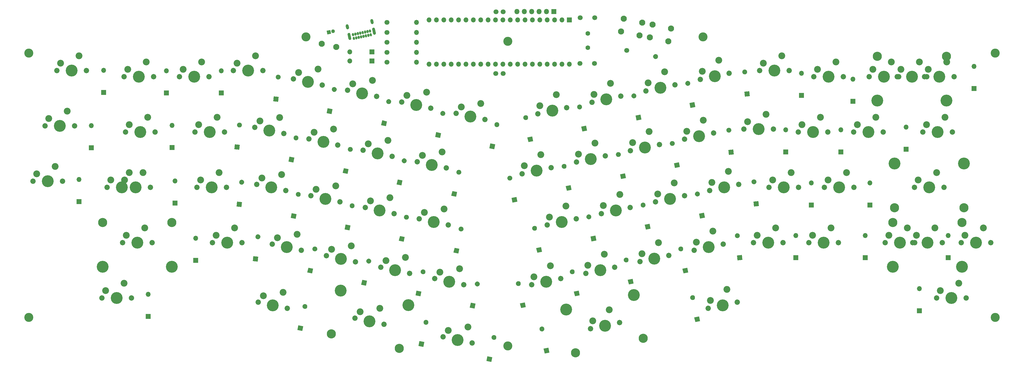
<source format=gbr>
%TF.GenerationSoftware,KiCad,Pcbnew,(5.1.6)-1*%
%TF.CreationDate,2020-08-11T10:36:00-07:00*%
%TF.ProjectId,sesame,73657361-6d65-42e6-9b69-6361645f7063,rev?*%
%TF.SameCoordinates,Original*%
%TF.FileFunction,Soldermask,Bot*%
%TF.FilePolarity,Negative*%
%FSLAX46Y46*%
G04 Gerber Fmt 4.6, Leading zero omitted, Abs format (unit mm)*
G04 Created by KiCad (PCBNEW (5.1.6)-1) date 2020-08-11 10:36:00*
%MOMM*%
%LPD*%
G01*
G04 APERTURE LIST*
%ADD10C,3.100000*%
%ADD11C,1.300000*%
%ADD12C,0.100000*%
%ADD13C,2.350000*%
%ADD14C,4.087800*%
%ADD15C,1.850000*%
%ADD16O,1.800000X1.800000*%
%ADD17R,1.800000X1.800000*%
%ADD18C,3.148000*%
%ADD19O,1.700000X1.700000*%
%ADD20R,1.700000X1.700000*%
%ADD21C,1.600000*%
%ADD22C,2.100000*%
%ADD23C,1.700000*%
G04 APERTURE END LIST*
D10*
%TO.C,REF\u002A\u002A*%
X278955500Y-75565000D03*
%TD*%
D11*
%TO.C,C1*%
X151771721Y-73665632D03*
D12*
G36*
X149803847Y-74748439D02*
G01*
X149533561Y-73476847D01*
X150805153Y-73206561D01*
X151075439Y-74478153D01*
X149803847Y-74748439D01*
G37*
%TD*%
D13*
%TO.C,MX23*%
X189214686Y-115256606D03*
D14*
X185674000Y-119697500D03*
D13*
X182475353Y-116420862D03*
D15*
X180705010Y-118641309D03*
X190642990Y-120753691D03*
%TD*%
D16*
%TO.C,AVR1*%
X215011000Y-66865500D03*
X217551000Y-66865500D03*
X220091000Y-66865500D03*
X222631000Y-66865500D03*
X225171000Y-66865500D03*
D17*
X227711000Y-66865500D03*
%TD*%
D10*
%TO.C,REF\u002A\u002A*%
X142430500Y-75565000D03*
%TD*%
D13*
%TO.C,MX61*%
X358711500Y-141414500D03*
D14*
X356171500Y-146494500D03*
D13*
X352361500Y-143954500D03*
D15*
X351091500Y-146494500D03*
X361251500Y-146494500D03*
D18*
X344265250Y-139509500D03*
X368077750Y-139509500D03*
D14*
X344265250Y-154749500D03*
X368077750Y-154749500D03*
%TD*%
D13*
%TO.C,MX59*%
X349250000Y-141414500D03*
D14*
X346710000Y-146494500D03*
D13*
X342900000Y-143954500D03*
D15*
X341630000Y-146494500D03*
X351790000Y-146494500D03*
%TD*%
D13*
%TO.C,MX31*%
X362204000Y-103314500D03*
D14*
X359664000Y-108394500D03*
D13*
X355854000Y-105854500D03*
D15*
X354584000Y-108394500D03*
X364744000Y-108394500D03*
%TD*%
D13*
%TO.C,MX15*%
X353377500Y-84201000D03*
D14*
X350837500Y-89281000D03*
D13*
X347027500Y-86741000D03*
D15*
X345757500Y-89281000D03*
X355917500Y-89281000D03*
D18*
X338931250Y-82296000D03*
X362743750Y-82296000D03*
D14*
X338931250Y-97536000D03*
X362743750Y-97536000D03*
%TD*%
D13*
%TO.C,MX33*%
X86360000Y-122364500D03*
D14*
X83820000Y-127444500D03*
D13*
X80010000Y-124904500D03*
D15*
X78740000Y-127444500D03*
X88900000Y-127444500D03*
%TD*%
D13*
%TO.C,MX18*%
X88011000Y-103314500D03*
D14*
X85471000Y-108394500D03*
D13*
X81661000Y-105854500D03*
D15*
X80391000Y-108394500D03*
X90551000Y-108394500D03*
%TD*%
D13*
%TO.C,MX69*%
X81610200Y-122377200D03*
D14*
X79070200Y-127457200D03*
D13*
X75260200Y-124917200D03*
D15*
X73990200Y-127457200D03*
X84150200Y-127457200D03*
%TD*%
D19*
%TO.C,D60*%
X334772000Y-144018000D03*
D20*
X334772000Y-151638000D03*
%TD*%
D19*
%TO.C,U1*%
X233045000Y-85026500D03*
X184785000Y-69786500D03*
X230505000Y-85026500D03*
X187325000Y-69786500D03*
X227965000Y-85026500D03*
X189865000Y-69786500D03*
X225425000Y-85026500D03*
X192405000Y-69786500D03*
X222885000Y-85026500D03*
X194945000Y-69786500D03*
X220345000Y-85026500D03*
X197485000Y-69786500D03*
X217805000Y-85026500D03*
X200025000Y-69786500D03*
X215265000Y-85026500D03*
X202565000Y-69786500D03*
X212725000Y-85026500D03*
X205105000Y-69786500D03*
X210185000Y-85026500D03*
X207645000Y-69786500D03*
X207645000Y-85026500D03*
X210185000Y-69786500D03*
X205105000Y-85026500D03*
X212725000Y-69786500D03*
X202565000Y-85026500D03*
X215265000Y-69786500D03*
X200025000Y-85026500D03*
X217805000Y-69786500D03*
X197485000Y-85026500D03*
X220345000Y-69786500D03*
X194945000Y-85026500D03*
X222885000Y-69786500D03*
X192405000Y-85026500D03*
X225425000Y-69786500D03*
X189865000Y-85026500D03*
X227965000Y-69786500D03*
X187325000Y-85026500D03*
X230505000Y-69786500D03*
X184785000Y-85026500D03*
D20*
X233045000Y-69786500D03*
%TD*%
D13*
%TO.C,MX5*%
X146606186Y-86681606D03*
D14*
X143065500Y-91122500D03*
D13*
X139866853Y-87845862D03*
D15*
X138096510Y-90066309D03*
X148034490Y-92178691D03*
%TD*%
D10*
%TO.C,REF\u002A\u002A*%
X211836000Y-181991000D03*
%TD*%
%TO.C,REF\u002A\u002A*%
X379476000Y-172212000D03*
%TD*%
%TO.C,REF\u002A\u002A*%
X379476000Y-81153000D03*
%TD*%
%TO.C,REF\u002A\u002A*%
X47117000Y-81153000D03*
%TD*%
%TO.C,REF\u002A\u002A*%
X47117000Y-172212000D03*
%TD*%
%TO.C,REF\u002A\u002A*%
X211836000Y-77089000D03*
%TD*%
D21*
%TO.C,XTAL1*%
X239331500Y-79302000D03*
X239331500Y-74422000D03*
%TD*%
D13*
%TO.C,MX24*%
X223170304Y-116168914D03*
D14*
X221742000Y-121666000D03*
D13*
X217487162Y-119973649D03*
D15*
X216773010Y-122722191D03*
X226710990Y-120609809D03*
%TD*%
D13*
%TO.C,MX28*%
X300672500Y-102235000D03*
D14*
X298132500Y-107315000D03*
D13*
X294322500Y-104775000D03*
D15*
X293052500Y-107315000D03*
X303212500Y-107315000D03*
%TD*%
D13*
%TO.C,MX66*%
X246728804Y-169572414D03*
D14*
X245300500Y-175069500D03*
D13*
X241045662Y-173377149D03*
D15*
X240331510Y-176125691D03*
X250269490Y-174013309D03*
D18*
X235106693Y-184377310D03*
X258398833Y-179426412D03*
D14*
X231938119Y-169470340D03*
X255230259Y-164519443D03*
%TD*%
D13*
%TO.C,MX65*%
X198104686Y-175518106D03*
D14*
X194564000Y-179959000D03*
D13*
X191365353Y-176682362D03*
D15*
X189595010Y-178902809D03*
X199532990Y-181015191D03*
%TD*%
D13*
%TO.C,MX64*%
X167815186Y-169104606D03*
D14*
X164274500Y-173545500D03*
D13*
X161075853Y-170268862D03*
D15*
X159305510Y-172489309D03*
X169243490Y-174601691D03*
D18*
X151176167Y-177902412D03*
X174468307Y-182853310D03*
D14*
X154344741Y-162995443D03*
X177636881Y-167946340D03*
%TD*%
D13*
%TO.C,MX46*%
X359346500Y-122364500D03*
D14*
X356806500Y-127444500D03*
D13*
X352996500Y-124904500D03*
D15*
X351726500Y-127444500D03*
X361886500Y-127444500D03*
D18*
X344900250Y-134429500D03*
X368712750Y-134429500D03*
D14*
X344900250Y-119189500D03*
X368712750Y-119189500D03*
%TD*%
D13*
%TO.C,MX47*%
X86931500Y-141414500D03*
D14*
X84391500Y-146494500D03*
D13*
X80581500Y-143954500D03*
D15*
X79311500Y-146494500D03*
X89471500Y-146494500D03*
D18*
X72485250Y-139509500D03*
X96297750Y-139509500D03*
D14*
X72485250Y-154749500D03*
X96297750Y-154749500D03*
%TD*%
D13*
%TO.C,MX16*%
X362839000Y-84201000D03*
D14*
X360299000Y-89281000D03*
D13*
X356489000Y-86741000D03*
D15*
X355219000Y-89281000D03*
X365379000Y-89281000D03*
%TD*%
D13*
%TO.C,MX45*%
X343789000Y-84201000D03*
D14*
X341249000Y-89281000D03*
D13*
X337439000Y-86741000D03*
D15*
X336169000Y-89281000D03*
X346329000Y-89281000D03*
%TD*%
D13*
%TO.C,MX68*%
X366966500Y-160464500D03*
D14*
X364426500Y-165544500D03*
D13*
X360616500Y-163004500D03*
D15*
X359346500Y-165544500D03*
X369506500Y-165544500D03*
%TD*%
D13*
%TO.C,MX67*%
X287178304Y-162523914D03*
D14*
X285750000Y-168021000D03*
D13*
X281495162Y-166328649D03*
D15*
X280781010Y-169077191D03*
X290718990Y-166964809D03*
%TD*%
D13*
%TO.C,MX63*%
X134541186Y-163580106D03*
D14*
X131000500Y-168021000D03*
D13*
X127801853Y-164744362D03*
D15*
X126031510Y-166964809D03*
X135969490Y-169077191D03*
%TD*%
D13*
%TO.C,MX62*%
X79819500Y-160401000D03*
D14*
X77279500Y-165481000D03*
D13*
X73469500Y-162941000D03*
D15*
X72199500Y-165481000D03*
X82359500Y-165481000D03*
%TD*%
D13*
%TO.C,MX60*%
X375412000Y-141414500D03*
D14*
X372872000Y-146494500D03*
D13*
X369062000Y-143954500D03*
D15*
X367792000Y-146494500D03*
X377952000Y-146494500D03*
%TD*%
D13*
%TO.C,MX58*%
X323024500Y-141414500D03*
D14*
X320484500Y-146494500D03*
D13*
X316674500Y-143954500D03*
D15*
X315404500Y-146494500D03*
X325564500Y-146494500D03*
%TD*%
D13*
%TO.C,MX57*%
X303974500Y-141414500D03*
D14*
X301434500Y-146494500D03*
D13*
X297624500Y-143954500D03*
D15*
X296354500Y-146494500D03*
X306514500Y-146494500D03*
%TD*%
D13*
%TO.C,MX56*%
X282352304Y-142521414D03*
D14*
X280924000Y-148018500D03*
D13*
X276669162Y-146326149D03*
D15*
X275955010Y-149074691D03*
X285892990Y-146962309D03*
%TD*%
D13*
%TO.C,MX55*%
X263683304Y-146458414D03*
D14*
X262255000Y-151955500D03*
D13*
X258000162Y-150263149D03*
D15*
X257286010Y-153011691D03*
X267223990Y-150899309D03*
%TD*%
D13*
%TO.C,MX54*%
X245077804Y-150458914D03*
D14*
X243649500Y-155956000D03*
D13*
X239394662Y-154263649D03*
D15*
X238680510Y-157012191D03*
X248618490Y-154899809D03*
%TD*%
D13*
%TO.C,MX53*%
X226472304Y-154395914D03*
D14*
X225044000Y-159893000D03*
D13*
X220789162Y-158200649D03*
D15*
X220075010Y-160949191D03*
X230012990Y-158836809D03*
%TD*%
D13*
%TO.C,MX52*%
X195247186Y-155452106D03*
D14*
X191706500Y-159893000D03*
D13*
X188507853Y-156616362D03*
D15*
X186737510Y-158836809D03*
X196675490Y-160949191D03*
%TD*%
D13*
%TO.C,MX51*%
X176641686Y-151515106D03*
D14*
X173101000Y-155956000D03*
D13*
X169902353Y-152679362D03*
D15*
X168132010Y-154899809D03*
X178069990Y-157012191D03*
%TD*%
D13*
%TO.C,MX50*%
X157972686Y-147578106D03*
D14*
X154432000Y-152019000D03*
D13*
X151233353Y-148742362D03*
D15*
X149463010Y-150962809D03*
X159400990Y-153075191D03*
%TD*%
D13*
%TO.C,MX49*%
X139367186Y-143577606D03*
D14*
X135826500Y-148018500D03*
D13*
X132627853Y-144741862D03*
D15*
X130857510Y-146962309D03*
X140795490Y-149074691D03*
%TD*%
D13*
%TO.C,MX48*%
X117856000Y-141351000D03*
D14*
X115316000Y-146431000D03*
D13*
X111506000Y-143891000D03*
D15*
X110236000Y-146431000D03*
X120396000Y-146431000D03*
%TD*%
D13*
%TO.C,MX44*%
X328358500Y-122364500D03*
D14*
X325818500Y-127444500D03*
D13*
X322008500Y-124904500D03*
D15*
X320738500Y-127444500D03*
X330898500Y-127444500D03*
%TD*%
D13*
%TO.C,MX43*%
X309308500Y-122364500D03*
D14*
X306768500Y-127444500D03*
D13*
X302958500Y-124904500D03*
D15*
X301688500Y-127444500D03*
X311848500Y-127444500D03*
%TD*%
D13*
%TO.C,MX42*%
X287686304Y-121947414D03*
D14*
X286258000Y-127444500D03*
D13*
X282003162Y-125752149D03*
D15*
X281289010Y-128500691D03*
X291226990Y-126388309D03*
%TD*%
D13*
%TO.C,MX41*%
X269080804Y-125884414D03*
D14*
X267652500Y-131381500D03*
D13*
X263397662Y-129689149D03*
D15*
X262683510Y-132437691D03*
X272621490Y-130325309D03*
%TD*%
D13*
%TO.C,MX40*%
X250411804Y-129884914D03*
D14*
X248983500Y-135382000D03*
D13*
X244728662Y-133689649D03*
D15*
X244014510Y-136438191D03*
X253952490Y-134325809D03*
%TD*%
D13*
%TO.C,MX39*%
X231806304Y-133821914D03*
D14*
X230378000Y-139319000D03*
D13*
X226123162Y-137626649D03*
D15*
X225409010Y-140375191D03*
X235346990Y-138262809D03*
%TD*%
D13*
%TO.C,MX38*%
X189913186Y-134878106D03*
D14*
X186372500Y-139319000D03*
D13*
X183173853Y-136042362D03*
D15*
X181403510Y-138262809D03*
X191341490Y-140375191D03*
%TD*%
D13*
%TO.C,MX37*%
X171307686Y-130941106D03*
D14*
X167767000Y-135382000D03*
D13*
X164568353Y-132105362D03*
D15*
X162798010Y-134325809D03*
X172735990Y-136438191D03*
%TD*%
D13*
%TO.C,MX36*%
X152638686Y-126940606D03*
D14*
X149098000Y-131381500D03*
D13*
X145899353Y-128104862D03*
D15*
X144129010Y-130325309D03*
X154066990Y-132437691D03*
%TD*%
D13*
%TO.C,MX35*%
X134033186Y-123003606D03*
D14*
X130492500Y-127444500D03*
D13*
X127293853Y-124167862D03*
D15*
X125523510Y-126388309D03*
X135461490Y-128500691D03*
%TD*%
D13*
%TO.C,MX34*%
X112522000Y-122364500D03*
D14*
X109982000Y-127444500D03*
D13*
X106172000Y-124904500D03*
D15*
X104902000Y-127444500D03*
X115062000Y-127444500D03*
%TD*%
D13*
%TO.C,MX32*%
X56134000Y-120205500D03*
D14*
X53594000Y-125285500D03*
D13*
X49784000Y-122745500D03*
D15*
X48514000Y-125285500D03*
X58674000Y-125285500D03*
%TD*%
D13*
%TO.C,MX30*%
X338391500Y-103314500D03*
D14*
X335851500Y-108394500D03*
D13*
X332041500Y-105854500D03*
D15*
X330771500Y-108394500D03*
X340931500Y-108394500D03*
%TD*%
D13*
%TO.C,MX29*%
X319341500Y-103314500D03*
D14*
X316801500Y-108394500D03*
D13*
X312991500Y-105854500D03*
D15*
X311721500Y-108394500D03*
X321881500Y-108394500D03*
%TD*%
D13*
%TO.C,MX27*%
X279050304Y-104294414D03*
D14*
X277622000Y-109791500D03*
D13*
X273367162Y-108099149D03*
D15*
X272653010Y-110847691D03*
X282590990Y-108735309D03*
%TD*%
D13*
%TO.C,MX26*%
X260444804Y-108231414D03*
D14*
X259016500Y-113728500D03*
D13*
X254761662Y-112036149D03*
D15*
X254047510Y-114784691D03*
X263985490Y-112672309D03*
%TD*%
D13*
%TO.C,MX25*%
X241839304Y-112168414D03*
D14*
X240411000Y-117665500D03*
D13*
X236156162Y-115973149D03*
D15*
X235442010Y-118721691D03*
X245379990Y-116609309D03*
%TD*%
D13*
%TO.C,MX22*%
X170609186Y-111256106D03*
D14*
X167068500Y-115697000D03*
D13*
X163869853Y-112420362D03*
D15*
X162099510Y-114640809D03*
X172037490Y-116753191D03*
%TD*%
D13*
%TO.C,MX21*%
X151940186Y-107319106D03*
D14*
X148399500Y-111760000D03*
D13*
X145200853Y-108483362D03*
D15*
X143430510Y-110703809D03*
X153368490Y-112816191D03*
%TD*%
D13*
%TO.C,MX20*%
X133334686Y-103382106D03*
D14*
X129794000Y-107823000D03*
D13*
X126595353Y-104546362D03*
D15*
X124825010Y-106766809D03*
X134762990Y-108879191D03*
%TD*%
D13*
%TO.C,MX19*%
X111823500Y-103314500D03*
D14*
X109283500Y-108394500D03*
D13*
X105473500Y-105854500D03*
D15*
X104203500Y-108394500D03*
X114363500Y-108394500D03*
%TD*%
D13*
%TO.C,MX17*%
X60261500Y-101155500D03*
D14*
X57721500Y-106235500D03*
D13*
X53911500Y-103695500D03*
D15*
X52641500Y-106235500D03*
X62801500Y-106235500D03*
%TD*%
D13*
%TO.C,MX14*%
X324739000Y-84201000D03*
D14*
X322199000Y-89281000D03*
D13*
X318389000Y-86741000D03*
D15*
X317119000Y-89281000D03*
X327279000Y-89281000D03*
%TD*%
D13*
%TO.C,MX13*%
X306070000Y-82105500D03*
D14*
X303530000Y-87185500D03*
D13*
X299720000Y-84645500D03*
D15*
X298450000Y-87185500D03*
X308610000Y-87185500D03*
%TD*%
D13*
%TO.C,MX12*%
X284447804Y-83656914D03*
D14*
X283019500Y-89154000D03*
D13*
X278764662Y-87461649D03*
D15*
X278050510Y-90210191D03*
X287988490Y-88097809D03*
%TD*%
D13*
%TO.C,MX11*%
X265778804Y-87657414D03*
D14*
X264350500Y-93154500D03*
D13*
X260095662Y-91462149D03*
D15*
X259381510Y-94210691D03*
X269319490Y-92098309D03*
%TD*%
D13*
%TO.C,MX10*%
X247173304Y-91594414D03*
D14*
X245745000Y-97091500D03*
D13*
X241490162Y-95399149D03*
D15*
X240776010Y-98147691D03*
X250713990Y-96035309D03*
%TD*%
D13*
%TO.C,MX9*%
X228567804Y-95531414D03*
D14*
X227139500Y-101028500D03*
D13*
X222884662Y-99336149D03*
D15*
X222170510Y-102084691D03*
X232108490Y-99972309D03*
%TD*%
D13*
%TO.C,MX8*%
X202549686Y-98556106D03*
D14*
X199009000Y-102997000D03*
D13*
X195810353Y-99720362D03*
D15*
X194040010Y-101940809D03*
X203977990Y-104053191D03*
%TD*%
D13*
%TO.C,MX7*%
X183880686Y-94619106D03*
D14*
X180340000Y-99060000D03*
D13*
X177141353Y-95783362D03*
D15*
X175371010Y-98003809D03*
X185308990Y-100116191D03*
%TD*%
D13*
%TO.C,MX6*%
X165275186Y-90618606D03*
D14*
X161734500Y-95059500D03*
D13*
X158535853Y-91782862D03*
D15*
X156765510Y-94003309D03*
X166703490Y-96115691D03*
%TD*%
D13*
%TO.C,MX4*%
X125095000Y-82105500D03*
D14*
X122555000Y-87185500D03*
D13*
X118745000Y-84645500D03*
D15*
X117475000Y-87185500D03*
X127635000Y-87185500D03*
%TD*%
D13*
%TO.C,MX3*%
X106521250Y-84201000D03*
D14*
X103981250Y-89281000D03*
D13*
X100171250Y-86741000D03*
D15*
X98901250Y-89281000D03*
X109061250Y-89281000D03*
%TD*%
D13*
%TO.C,MX2*%
X87471250Y-84201000D03*
D14*
X84931250Y-89281000D03*
D13*
X81121250Y-86741000D03*
D15*
X79851250Y-89281000D03*
X90011250Y-89281000D03*
%TD*%
D13*
%TO.C,MX1*%
X64389000Y-82105500D03*
D14*
X61849000Y-87185500D03*
D13*
X58039000Y-84645500D03*
D15*
X56769000Y-87185500D03*
X66929000Y-87185500D03*
%TD*%
%TO.C,USB1*%
G36*
G01*
X163373821Y-74984970D02*
X163446590Y-75327322D01*
G75*
G02*
X163157752Y-75772094I-366805J-77967D01*
G01*
X163157752Y-75772094D01*
G75*
G02*
X162712980Y-75483256I-77967J366805D01*
G01*
X162640210Y-75140904D01*
G75*
G02*
X162929048Y-74696132I366805J77967D01*
G01*
X162929048Y-74696132D01*
G75*
G02*
X163373820Y-74984970I77967J-366805D01*
G01*
G37*
G36*
G01*
X165036671Y-74631520D02*
X165109440Y-74973872D01*
G75*
G02*
X164820602Y-75418644I-366805J-77967D01*
G01*
X164820602Y-75418644D01*
G75*
G02*
X164375830Y-75129806I-77967J366805D01*
G01*
X164303060Y-74787454D01*
G75*
G02*
X164591898Y-74342682I366805J77967D01*
G01*
X164591898Y-74342682D01*
G75*
G02*
X165036670Y-74631520I77967J-366805D01*
G01*
G37*
G36*
G01*
X164205246Y-74808245D02*
X164278015Y-75150597D01*
G75*
G02*
X163989177Y-75595369I-366805J-77967D01*
G01*
X163989177Y-75595369D01*
G75*
G02*
X163544405Y-75306531I-77967J366805D01*
G01*
X163471635Y-74964179D01*
G75*
G02*
X163760473Y-74519407I366805J77967D01*
G01*
X163760473Y-74519407D01*
G75*
G02*
X164205245Y-74808245I77967J-366805D01*
G01*
G37*
G36*
G01*
X162542395Y-75161695D02*
X162615164Y-75504047D01*
G75*
G02*
X162326326Y-75948819I-366805J-77967D01*
G01*
X162326326Y-75948819D01*
G75*
G02*
X161881554Y-75659981I-77967J366805D01*
G01*
X161808784Y-75317629D01*
G75*
G02*
X162097622Y-74872857I366805J77967D01*
G01*
X162097622Y-74872857D01*
G75*
G02*
X162542394Y-75161695I77967J-366805D01*
G01*
G37*
G36*
G01*
X161710970Y-75338420D02*
X161783739Y-75680772D01*
G75*
G02*
X161494901Y-76125544I-366805J-77967D01*
G01*
X161494901Y-76125544D01*
G75*
G02*
X161050129Y-75836706I-77967J366805D01*
G01*
X160977359Y-75494354D01*
G75*
G02*
X161266197Y-75049582I366805J77967D01*
G01*
X161266197Y-75049582D01*
G75*
G02*
X161710969Y-75338420I77967J-366805D01*
G01*
G37*
G36*
G01*
X160879544Y-75515145D02*
X160952313Y-75857497D01*
G75*
G02*
X160663475Y-76302269I-366805J-77967D01*
G01*
X160663475Y-76302269D01*
G75*
G02*
X160218703Y-76013431I-77967J366805D01*
G01*
X160145933Y-75671079D01*
G75*
G02*
X160434771Y-75226307I366805J77967D01*
G01*
X160434771Y-75226307D01*
G75*
G02*
X160879543Y-75515145I77967J-366805D01*
G01*
G37*
G36*
G01*
X160048119Y-75691870D02*
X160120888Y-76034222D01*
G75*
G02*
X159832050Y-76478994I-366805J-77967D01*
G01*
X159832050Y-76478994D01*
G75*
G02*
X159387278Y-76190156I-77967J366805D01*
G01*
X159314508Y-75847804D01*
G75*
G02*
X159603346Y-75403032I366805J77967D01*
G01*
X159603346Y-75403032D01*
G75*
G02*
X160048118Y-75691870I77967J-366805D01*
G01*
G37*
G36*
G01*
X159216693Y-75868595D02*
X159289462Y-76210947D01*
G75*
G02*
X159000624Y-76655719I-366805J-77967D01*
G01*
X159000624Y-76655719D01*
G75*
G02*
X158555852Y-76366881I-77967J366805D01*
G01*
X158483082Y-76024529D01*
G75*
G02*
X158771920Y-75579757I366805J77967D01*
G01*
X158771920Y-75579757D01*
G75*
G02*
X159216692Y-75868595I77967J-366805D01*
G01*
G37*
G36*
G01*
X164761188Y-73335475D02*
X164833957Y-73677827D01*
G75*
G02*
X164545119Y-74122599I-366805J-77967D01*
G01*
X164545119Y-74122599D01*
G75*
G02*
X164100347Y-73833761I-77967J366805D01*
G01*
X164027577Y-73491409D01*
G75*
G02*
X164316415Y-73046637I366805J77967D01*
G01*
X164316415Y-73046637D01*
G75*
G02*
X164761187Y-73335475I77967J-366805D01*
G01*
G37*
G36*
G01*
X163924872Y-73513239D02*
X163997641Y-73855591D01*
G75*
G02*
X163708803Y-74300363I-366805J-77967D01*
G01*
X163708803Y-74300363D01*
G75*
G02*
X163264031Y-74011525I-77967J366805D01*
G01*
X163191261Y-73669173D01*
G75*
G02*
X163480099Y-73224401I366805J77967D01*
G01*
X163480099Y-73224401D01*
G75*
G02*
X163924871Y-73513239I77967J-366805D01*
G01*
G37*
G36*
G01*
X163093447Y-73689964D02*
X163166216Y-74032316D01*
G75*
G02*
X162877378Y-74477088I-366805J-77967D01*
G01*
X162877378Y-74477088D01*
G75*
G02*
X162432606Y-74188250I-77967J366805D01*
G01*
X162359836Y-73845898D01*
G75*
G02*
X162648674Y-73401126I366805J77967D01*
G01*
X162648674Y-73401126D01*
G75*
G02*
X163093446Y-73689964I77967J-366805D01*
G01*
G37*
G36*
G01*
X162262021Y-73866689D02*
X162334790Y-74209041D01*
G75*
G02*
X162045952Y-74653813I-366805J-77967D01*
G01*
X162045952Y-74653813D01*
G75*
G02*
X161601180Y-74364975I-77967J366805D01*
G01*
X161528410Y-74022623D01*
G75*
G02*
X161817248Y-73577851I366805J77967D01*
G01*
X161817248Y-73577851D01*
G75*
G02*
X162262020Y-73866689I77967J-366805D01*
G01*
G37*
G36*
G01*
X161430596Y-74043414D02*
X161503365Y-74385766D01*
G75*
G02*
X161214527Y-74830538I-366805J-77967D01*
G01*
X161214527Y-74830538D01*
G75*
G02*
X160769755Y-74541700I-77967J366805D01*
G01*
X160696985Y-74199348D01*
G75*
G02*
X160985823Y-73754576I366805J77967D01*
G01*
X160985823Y-73754576D01*
G75*
G02*
X161430595Y-74043414I77967J-366805D01*
G01*
G37*
G36*
G01*
X160599170Y-74220139D02*
X160671939Y-74562491D01*
G75*
G02*
X160383101Y-75007263I-366805J-77967D01*
G01*
X160383101Y-75007263D01*
G75*
G02*
X159938329Y-74718425I-77967J366805D01*
G01*
X159865559Y-74376073D01*
G75*
G02*
X160154397Y-73931301I366805J77967D01*
G01*
X160154397Y-73931301D01*
G75*
G02*
X160599169Y-74220139I77967J-366805D01*
G01*
G37*
G36*
G01*
X159767745Y-74396864D02*
X159840514Y-74739216D01*
G75*
G02*
X159551676Y-75183988I-366805J-77967D01*
G01*
X159551676Y-75183988D01*
G75*
G02*
X159106904Y-74895150I-77967J366805D01*
G01*
X159034134Y-74552798D01*
G75*
G02*
X159322972Y-74108026I366805J77967D01*
G01*
X159322972Y-74108026D01*
G75*
G02*
X159767744Y-74396864I77967J-366805D01*
G01*
G37*
G36*
G01*
X158936319Y-74573589D02*
X159009088Y-74915941D01*
G75*
G02*
X158720250Y-75360713I-366805J-77967D01*
G01*
X158720250Y-75360713D01*
G75*
G02*
X158275478Y-75071875I-77967J366805D01*
G01*
X158202708Y-74729523D01*
G75*
G02*
X158491546Y-74284751I366805J77967D01*
G01*
X158491546Y-74284751D01*
G75*
G02*
X158936318Y-74573589I77967J-366805D01*
G01*
G37*
G36*
G01*
X166156136Y-72803831D02*
X166468004Y-74271053D01*
G75*
G02*
X166082886Y-74864083I-489074J-103956D01*
G01*
X166082886Y-74864083D01*
G75*
G02*
X165489856Y-74478965I-103956J489074D01*
G01*
X165177988Y-73011743D01*
G75*
G02*
X165563106Y-72418713I489074J103956D01*
G01*
X165563106Y-72418713D01*
G75*
G02*
X166156136Y-72803831I103956J-489074D01*
G01*
G37*
G36*
G01*
X157695159Y-74602267D02*
X158007027Y-76069489D01*
G75*
G02*
X157621909Y-76662519I-489074J-103956D01*
G01*
X157621909Y-76662519D01*
G75*
G02*
X157028879Y-76277401I-103956J489074D01*
G01*
X156717011Y-74810179D01*
G75*
G02*
X157102129Y-74217149I489074J103956D01*
G01*
X157102129Y-74217149D01*
G75*
G02*
X157695159Y-74602267I103956J-489074D01*
G01*
G37*
G36*
G01*
X165526164Y-69840044D02*
X165692494Y-70622562D01*
G75*
G02*
X165307376Y-71215592I-489074J-103956D01*
G01*
X165307376Y-71215592D01*
G75*
G02*
X164714346Y-70830474I-103956J489074D01*
G01*
X164548016Y-70047956D01*
G75*
G02*
X164933134Y-69454926I489074J103956D01*
G01*
X164933134Y-69454926D01*
G75*
G02*
X165526164Y-69840044I103956J-489074D01*
G01*
G37*
G36*
G01*
X157065187Y-71638480D02*
X157231517Y-72420998D01*
G75*
G02*
X156846399Y-73014028I-489074J-103956D01*
G01*
X156846399Y-73014028D01*
G75*
G02*
X156253369Y-72628910I-103956J489074D01*
G01*
X156087039Y-71846392D01*
G75*
G02*
X156472157Y-71253362I489074J103956D01*
G01*
X156472157Y-71253362D01*
G75*
G02*
X157065187Y-71638480I103956J-489074D01*
G01*
G37*
%TD*%
D22*
%TO.C,Reset1*%
X267977959Y-72725426D03*
X267042357Y-77127090D03*
X261620000Y-71374000D03*
X260684397Y-75775664D03*
%TD*%
%TO.C,R6*%
G36*
G01*
X261836555Y-82199658D02*
X261836555Y-82199658D01*
G75*
G02*
X262844705Y-81544958I831425J-176725D01*
G01*
X262844705Y-81544958D01*
G75*
G02*
X263499405Y-82553108I-176725J-831425D01*
G01*
X263499405Y-82553108D01*
G75*
G02*
X262491255Y-83207808I-831425J176725D01*
G01*
X262491255Y-83207808D01*
G75*
G02*
X261836555Y-82199658I176725J831425D01*
G01*
G37*
D23*
X252730000Y-80264000D03*
%TD*%
D19*
%TO.C,R5*%
X180403500Y-70612000D03*
D23*
X170243500Y-70612000D03*
%TD*%
D19*
%TO.C,R4*%
X180403500Y-74041000D03*
D23*
X170243500Y-74041000D03*
%TD*%
D19*
%TO.C,R3*%
X180403500Y-80899000D03*
D23*
X170243500Y-80899000D03*
%TD*%
D19*
%TO.C,R2*%
X180403500Y-77470000D03*
D23*
X170243500Y-77470000D03*
%TD*%
D19*
%TO.C,R1*%
X180403500Y-84328000D03*
D23*
X170243500Y-84328000D03*
%TD*%
D22*
%TO.C,F1*%
X152794911Y-79043973D03*
X147828000Y-77978000D03*
%TD*%
D19*
%TO.C,D68*%
X353441000Y-162306000D03*
D20*
X353441000Y-169926000D03*
%TD*%
%TO.C,D67*%
G36*
G01*
X275579438Y-166224940D02*
X275579438Y-166224940D01*
G75*
G02*
X274571288Y-165570240I-176725J831425D01*
G01*
X274571288Y-165570240D01*
G75*
G02*
X275225988Y-164562090I831425J176725D01*
G01*
X275225988Y-164562090D01*
G75*
G02*
X276234138Y-165216790I176725J-831425D01*
G01*
X276234138Y-165216790D01*
G75*
G02*
X275579438Y-166224940I-831425J-176725D01*
G01*
G37*
D12*
G36*
X277995150Y-173501701D02*
G01*
X276332299Y-173855150D01*
X275978850Y-172192299D01*
X277641701Y-171838850D01*
X277995150Y-173501701D01*
G37*
%TD*%
%TO.C,D66*%
G36*
G01*
X223763438Y-177019940D02*
X223763438Y-177019940D01*
G75*
G02*
X222755288Y-176365240I-176725J831425D01*
G01*
X222755288Y-176365240D01*
G75*
G02*
X223409988Y-175357090I831425J176725D01*
G01*
X223409988Y-175357090D01*
G75*
G02*
X224418138Y-176011790I176725J-831425D01*
G01*
X224418138Y-176011790D01*
G75*
G02*
X223763438Y-177019940I-831425J-176725D01*
G01*
G37*
G36*
X226179150Y-184296701D02*
G01*
X224516299Y-184650150D01*
X224162850Y-182987299D01*
X225825701Y-182633850D01*
X226179150Y-184296701D01*
G37*
%TD*%
%TO.C,D65*%
G36*
G01*
X206893562Y-179940940D02*
X206893562Y-179940940D01*
G75*
G02*
X206238862Y-178932790I176725J831425D01*
G01*
X206238862Y-178932790D01*
G75*
G02*
X207247012Y-178278090I831425J-176725D01*
G01*
X207247012Y-178278090D01*
G75*
G02*
X207901712Y-179286240I-176725J-831425D01*
G01*
X207901712Y-179286240D01*
G75*
G02*
X206893562Y-179940940I-831425J176725D01*
G01*
G37*
G36*
X206140701Y-187571150D02*
G01*
X204477850Y-187217701D01*
X204831299Y-185554850D01*
X206494150Y-185908299D01*
X206140701Y-187571150D01*
G37*
%TD*%
%TO.C,D64*%
G36*
G01*
X183525562Y-174733940D02*
X183525562Y-174733940D01*
G75*
G02*
X182870862Y-173725790I176725J831425D01*
G01*
X182870862Y-173725790D01*
G75*
G02*
X183879012Y-173071090I831425J-176725D01*
G01*
X183879012Y-173071090D01*
G75*
G02*
X184533712Y-174079240I-176725J-831425D01*
G01*
X184533712Y-174079240D01*
G75*
G02*
X183525562Y-174733940I-831425J176725D01*
G01*
G37*
G36*
X182772701Y-182364150D02*
G01*
X181109850Y-182010701D01*
X181463299Y-180347850D01*
X183126150Y-180701299D01*
X182772701Y-182364150D01*
G37*
%TD*%
%TO.C,D63*%
G36*
G01*
X141869562Y-169272940D02*
X141869562Y-169272940D01*
G75*
G02*
X141214862Y-168264790I176725J831425D01*
G01*
X141214862Y-168264790D01*
G75*
G02*
X142223012Y-167610090I831425J-176725D01*
G01*
X142223012Y-167610090D01*
G75*
G02*
X142877712Y-168618240I-176725J-831425D01*
G01*
X142877712Y-168618240D01*
G75*
G02*
X141869562Y-169272940I-831425J176725D01*
G01*
G37*
G36*
X141116701Y-176903150D02*
G01*
X139453850Y-176549701D01*
X139807299Y-174886850D01*
X141470150Y-175240299D01*
X141116701Y-176903150D01*
G37*
%TD*%
D19*
%TO.C,D62*%
X88138000Y-164211000D03*
D20*
X88138000Y-171831000D03*
%TD*%
D19*
%TO.C,D61*%
X363347000Y-144018000D03*
D20*
X363347000Y-151638000D03*
%TD*%
D19*
%TO.C,D59*%
X310896000Y-144018000D03*
D20*
X310896000Y-151638000D03*
%TD*%
%TO.C,D58*%
G36*
G01*
X290884342Y-144905087D02*
X290884342Y-144905087D01*
G75*
G02*
X289950149Y-144148592I-88849J845344D01*
G01*
X289950149Y-144148592D01*
G75*
G02*
X290706644Y-143214399I845344J88849D01*
G01*
X290706644Y-143214399D01*
G75*
G02*
X291640837Y-143970894I88849J-845344D01*
G01*
X291640837Y-143970894D01*
G75*
G02*
X290884342Y-144905087I-845344J-88849D01*
G01*
G37*
D12*
G36*
X292526193Y-152394494D02*
G01*
X290835506Y-152572193D01*
X290657807Y-150881506D01*
X292348494Y-150703807D01*
X292526193Y-152394494D01*
G37*
%TD*%
%TO.C,D57*%
G36*
G01*
X271515438Y-149460940D02*
X271515438Y-149460940D01*
G75*
G02*
X270507288Y-148806240I-176725J831425D01*
G01*
X270507288Y-148806240D01*
G75*
G02*
X271161988Y-147798090I831425J176725D01*
G01*
X271161988Y-147798090D01*
G75*
G02*
X272170138Y-148452790I176725J-831425D01*
G01*
X272170138Y-148452790D01*
G75*
G02*
X271515438Y-149460940I-831425J-176725D01*
G01*
G37*
G36*
X273931150Y-156737701D02*
G01*
X272268299Y-157091150D01*
X271914850Y-155428299D01*
X273577701Y-155074850D01*
X273931150Y-156737701D01*
G37*
%TD*%
%TO.C,D56*%
G36*
G01*
X252719438Y-153270940D02*
X252719438Y-153270940D01*
G75*
G02*
X251711288Y-152616240I-176725J831425D01*
G01*
X251711288Y-152616240D01*
G75*
G02*
X252365988Y-151608090I831425J176725D01*
G01*
X252365988Y-151608090D01*
G75*
G02*
X253374138Y-152262790I176725J-831425D01*
G01*
X253374138Y-152262790D01*
G75*
G02*
X252719438Y-153270940I-831425J-176725D01*
G01*
G37*
G36*
X255135150Y-160547701D02*
G01*
X253472299Y-160901150D01*
X253118850Y-159238299D01*
X254781701Y-158884850D01*
X255135150Y-160547701D01*
G37*
%TD*%
%TO.C,D55*%
G36*
G01*
X234177438Y-157334940D02*
X234177438Y-157334940D01*
G75*
G02*
X233169288Y-156680240I-176725J831425D01*
G01*
X233169288Y-156680240D01*
G75*
G02*
X233823988Y-155672090I831425J176725D01*
G01*
X233823988Y-155672090D01*
G75*
G02*
X234832138Y-156326790I176725J-831425D01*
G01*
X234832138Y-156326790D01*
G75*
G02*
X234177438Y-157334940I-831425J-176725D01*
G01*
G37*
G36*
X236593150Y-164611701D02*
G01*
X234930299Y-164965150D01*
X234576850Y-163302299D01*
X236239701Y-162948850D01*
X236593150Y-164611701D01*
G37*
%TD*%
%TO.C,D54*%
G36*
G01*
X215635438Y-161398940D02*
X215635438Y-161398940D01*
G75*
G02*
X214627288Y-160744240I-176725J831425D01*
G01*
X214627288Y-160744240D01*
G75*
G02*
X215281988Y-159736090I831425J176725D01*
G01*
X215281988Y-159736090D01*
G75*
G02*
X216290138Y-160390790I176725J-831425D01*
G01*
X216290138Y-160390790D01*
G75*
G02*
X215635438Y-161398940I-831425J-176725D01*
G01*
G37*
G36*
X218051150Y-168675701D02*
G01*
X216388299Y-169029150D01*
X216034850Y-167366299D01*
X217697701Y-167012850D01*
X218051150Y-168675701D01*
G37*
%TD*%
%TO.C,D53*%
G36*
G01*
X201178562Y-161525940D02*
X201178562Y-161525940D01*
G75*
G02*
X200523862Y-160517790I176725J831425D01*
G01*
X200523862Y-160517790D01*
G75*
G02*
X201532012Y-159863090I831425J-176725D01*
G01*
X201532012Y-159863090D01*
G75*
G02*
X202186712Y-160871240I-176725J-831425D01*
G01*
X202186712Y-160871240D01*
G75*
G02*
X201178562Y-161525940I-831425J176725D01*
G01*
G37*
G36*
X200425701Y-169156150D02*
G01*
X198762850Y-168802701D01*
X199116299Y-167139850D01*
X200779150Y-167493299D01*
X200425701Y-169156150D01*
G37*
%TD*%
%TO.C,D52*%
G36*
G01*
X182509562Y-157334940D02*
X182509562Y-157334940D01*
G75*
G02*
X181854862Y-156326790I176725J831425D01*
G01*
X181854862Y-156326790D01*
G75*
G02*
X182863012Y-155672090I831425J-176725D01*
G01*
X182863012Y-155672090D01*
G75*
G02*
X183517712Y-156680240I-176725J-831425D01*
G01*
X183517712Y-156680240D01*
G75*
G02*
X182509562Y-157334940I-831425J176725D01*
G01*
G37*
G36*
X181756701Y-164965150D02*
G01*
X180093850Y-164611701D01*
X180447299Y-162948850D01*
X182110150Y-163302299D01*
X181756701Y-164965150D01*
G37*
%TD*%
%TO.C,D51*%
G36*
G01*
X163840562Y-153651940D02*
X163840562Y-153651940D01*
G75*
G02*
X163185862Y-152643790I176725J831425D01*
G01*
X163185862Y-152643790D01*
G75*
G02*
X164194012Y-151989090I831425J-176725D01*
G01*
X164194012Y-151989090D01*
G75*
G02*
X164848712Y-152997240I-176725J-831425D01*
G01*
X164848712Y-152997240D01*
G75*
G02*
X163840562Y-153651940I-831425J176725D01*
G01*
G37*
G36*
X163087701Y-161282150D02*
G01*
X161424850Y-160928701D01*
X161778299Y-159265850D01*
X163441150Y-159619299D01*
X163087701Y-161282150D01*
G37*
%TD*%
%TO.C,D50*%
G36*
G01*
X145298562Y-149460940D02*
X145298562Y-149460940D01*
G75*
G02*
X144643862Y-148452790I176725J831425D01*
G01*
X144643862Y-148452790D01*
G75*
G02*
X145652012Y-147798090I831425J-176725D01*
G01*
X145652012Y-147798090D01*
G75*
G02*
X146306712Y-148806240I-176725J-831425D01*
G01*
X146306712Y-148806240D01*
G75*
G02*
X145298562Y-149460940I-831425J176725D01*
G01*
G37*
G36*
X144545701Y-157091150D02*
G01*
X142882850Y-156737701D01*
X143236299Y-155074850D01*
X144899150Y-155428299D01*
X144545701Y-157091150D01*
G37*
%TD*%
%TO.C,D49*%
G36*
G01*
X125802658Y-145286087D02*
X125802658Y-145286087D01*
G75*
G02*
X125046163Y-144351894I88849J845344D01*
G01*
X125046163Y-144351894D01*
G75*
G02*
X125980356Y-143595399I845344J-88849D01*
G01*
X125980356Y-143595399D01*
G75*
G02*
X126736851Y-144529592I-88849J-845344D01*
G01*
X126736851Y-144529592D01*
G75*
G02*
X125802658Y-145286087I-845344J88849D01*
G01*
G37*
G36*
X125851494Y-152953193D02*
G01*
X124160807Y-152775494D01*
X124338506Y-151084807D01*
X126029193Y-151262506D01*
X125851494Y-152953193D01*
G37*
%TD*%
D19*
%TO.C,D48*%
X104521000Y-144907000D03*
D20*
X104521000Y-152527000D03*
%TD*%
D19*
%TO.C,D47*%
X336423000Y-125857000D03*
D20*
X336423000Y-133477000D03*
%TD*%
D19*
%TO.C,D45*%
X316230000Y-125857000D03*
D20*
X316230000Y-133477000D03*
%TD*%
%TO.C,D44*%
G36*
G01*
X296599342Y-126363087D02*
X296599342Y-126363087D01*
G75*
G02*
X295665149Y-125606592I-88849J845344D01*
G01*
X295665149Y-125606592D01*
G75*
G02*
X296421644Y-124672399I845344J88849D01*
G01*
X296421644Y-124672399D01*
G75*
G02*
X297355837Y-125428894I88849J-845344D01*
G01*
X297355837Y-125428894D01*
G75*
G02*
X296599342Y-126363087I-845344J-88849D01*
G01*
G37*
D12*
G36*
X298241193Y-133852494D02*
G01*
X296550506Y-134030193D01*
X296372807Y-132339506D01*
X298063494Y-132161807D01*
X298241193Y-133852494D01*
G37*
%TD*%
%TO.C,D43*%
G36*
G01*
X277230438Y-130537940D02*
X277230438Y-130537940D01*
G75*
G02*
X276222288Y-129883240I-176725J831425D01*
G01*
X276222288Y-129883240D01*
G75*
G02*
X276876988Y-128875090I831425J176725D01*
G01*
X276876988Y-128875090D01*
G75*
G02*
X277885138Y-129529790I176725J-831425D01*
G01*
X277885138Y-129529790D01*
G75*
G02*
X277230438Y-130537940I-831425J-176725D01*
G01*
G37*
G36*
X279646150Y-137814701D02*
G01*
X277983299Y-138168150D01*
X277629850Y-136505299D01*
X279292701Y-136151850D01*
X279646150Y-137814701D01*
G37*
%TD*%
%TO.C,D42*%
G36*
G01*
X258561438Y-134347940D02*
X258561438Y-134347940D01*
G75*
G02*
X257553288Y-133693240I-176725J831425D01*
G01*
X257553288Y-133693240D01*
G75*
G02*
X258207988Y-132685090I831425J176725D01*
G01*
X258207988Y-132685090D01*
G75*
G02*
X259216138Y-133339790I176725J-831425D01*
G01*
X259216138Y-133339790D01*
G75*
G02*
X258561438Y-134347940I-831425J-176725D01*
G01*
G37*
G36*
X260977150Y-141624701D02*
G01*
X259314299Y-141978150D01*
X258960850Y-140315299D01*
X260623701Y-139961850D01*
X260977150Y-141624701D01*
G37*
%TD*%
%TO.C,D41*%
G36*
G01*
X239892438Y-138411940D02*
X239892438Y-138411940D01*
G75*
G02*
X238884288Y-137757240I-176725J831425D01*
G01*
X238884288Y-137757240D01*
G75*
G02*
X239538988Y-136749090I831425J176725D01*
G01*
X239538988Y-136749090D01*
G75*
G02*
X240547138Y-137403790I176725J-831425D01*
G01*
X240547138Y-137403790D01*
G75*
G02*
X239892438Y-138411940I-831425J-176725D01*
G01*
G37*
G36*
X242308150Y-145688701D02*
G01*
X240645299Y-146042150D01*
X240291850Y-144379299D01*
X241954701Y-144025850D01*
X242308150Y-145688701D01*
G37*
%TD*%
%TO.C,D40*%
G36*
G01*
X221223438Y-142348940D02*
X221223438Y-142348940D01*
G75*
G02*
X220215288Y-141694240I-176725J831425D01*
G01*
X220215288Y-141694240D01*
G75*
G02*
X220869988Y-140686090I831425J176725D01*
G01*
X220869988Y-140686090D01*
G75*
G02*
X221878138Y-141340790I176725J-831425D01*
G01*
X221878138Y-141340790D01*
G75*
G02*
X221223438Y-142348940I-831425J-176725D01*
G01*
G37*
G36*
X223639150Y-149625701D02*
G01*
X221976299Y-149979150D01*
X221622850Y-148316299D01*
X223285701Y-147962850D01*
X223639150Y-149625701D01*
G37*
%TD*%
%TO.C,D39*%
G36*
G01*
X195590562Y-142602940D02*
X195590562Y-142602940D01*
G75*
G02*
X194935862Y-141594790I176725J831425D01*
G01*
X194935862Y-141594790D01*
G75*
G02*
X195944012Y-140940090I831425J-176725D01*
G01*
X195944012Y-140940090D01*
G75*
G02*
X196598712Y-141948240I-176725J-831425D01*
G01*
X196598712Y-141948240D01*
G75*
G02*
X195590562Y-142602940I-831425J176725D01*
G01*
G37*
G36*
X194837701Y-150233150D02*
G01*
X193174850Y-149879701D01*
X193528299Y-148216850D01*
X195191150Y-148570299D01*
X194837701Y-150233150D01*
G37*
%TD*%
%TO.C,D38*%
G36*
G01*
X176794562Y-138538940D02*
X176794562Y-138538940D01*
G75*
G02*
X176139862Y-137530790I176725J831425D01*
G01*
X176139862Y-137530790D01*
G75*
G02*
X177148012Y-136876090I831425J-176725D01*
G01*
X177148012Y-136876090D01*
G75*
G02*
X177802712Y-137884240I-176725J-831425D01*
G01*
X177802712Y-137884240D01*
G75*
G02*
X176794562Y-138538940I-831425J176725D01*
G01*
G37*
G36*
X176041701Y-146169150D02*
G01*
X174378850Y-145815701D01*
X174732299Y-144152850D01*
X176395150Y-144506299D01*
X176041701Y-146169150D01*
G37*
%TD*%
%TO.C,D37*%
G36*
G01*
X158125562Y-134601940D02*
X158125562Y-134601940D01*
G75*
G02*
X157470862Y-133593790I176725J831425D01*
G01*
X157470862Y-133593790D01*
G75*
G02*
X158479012Y-132939090I831425J-176725D01*
G01*
X158479012Y-132939090D01*
G75*
G02*
X159133712Y-133947240I-176725J-831425D01*
G01*
X159133712Y-133947240D01*
G75*
G02*
X158125562Y-134601940I-831425J176725D01*
G01*
G37*
G36*
X157372701Y-142232150D02*
G01*
X155709850Y-141878701D01*
X156063299Y-140215850D01*
X157726150Y-140569299D01*
X157372701Y-142232150D01*
G37*
%TD*%
%TO.C,D36*%
G36*
G01*
X139583562Y-130664940D02*
X139583562Y-130664940D01*
G75*
G02*
X138928862Y-129656790I176725J831425D01*
G01*
X138928862Y-129656790D01*
G75*
G02*
X139937012Y-129002090I831425J-176725D01*
G01*
X139937012Y-129002090D01*
G75*
G02*
X140591712Y-130010240I-176725J-831425D01*
G01*
X140591712Y-130010240D01*
G75*
G02*
X139583562Y-130664940I-831425J176725D01*
G01*
G37*
G36*
X138830701Y-138295150D02*
G01*
X137167850Y-137941701D01*
X137521299Y-136278850D01*
X139184150Y-136632299D01*
X138830701Y-138295150D01*
G37*
%TD*%
%TO.C,D35*%
G36*
G01*
X120214658Y-126490087D02*
X120214658Y-126490087D01*
G75*
G02*
X119458163Y-125555894I88849J845344D01*
G01*
X119458163Y-125555894D01*
G75*
G02*
X120392356Y-124799399I845344J-88849D01*
G01*
X120392356Y-124799399D01*
G75*
G02*
X121148851Y-125733592I-88849J-845344D01*
G01*
X121148851Y-125733592D01*
G75*
G02*
X120214658Y-126490087I-845344J88849D01*
G01*
G37*
G36*
X120263494Y-134157193D02*
G01*
X118572807Y-133979494D01*
X118750506Y-132288807D01*
X120441193Y-132466506D01*
X120263494Y-134157193D01*
G37*
%TD*%
D19*
%TO.C,D34*%
X97409000Y-125222000D03*
D20*
X97409000Y-132842000D03*
%TD*%
D19*
%TO.C,D33*%
X64389000Y-124714000D03*
D20*
X64389000Y-132334000D03*
%TD*%
D19*
%TO.C,D32*%
X348869000Y-106680000D03*
D20*
X348869000Y-114300000D03*
%TD*%
D19*
%TO.C,D31*%
X326390000Y-107569000D03*
D20*
X326390000Y-115189000D03*
%TD*%
D19*
%TO.C,D30*%
X307467000Y-107569000D03*
D20*
X307467000Y-115189000D03*
%TD*%
%TO.C,D29*%
G36*
G01*
X287963342Y-108583087D02*
X287963342Y-108583087D01*
G75*
G02*
X287029149Y-107826592I-88849J845344D01*
G01*
X287029149Y-107826592D01*
G75*
G02*
X287785644Y-106892399I845344J88849D01*
G01*
X287785644Y-106892399D01*
G75*
G02*
X288719837Y-107648894I88849J-845344D01*
G01*
X288719837Y-107648894D01*
G75*
G02*
X287963342Y-108583087I-845344J-88849D01*
G01*
G37*
D12*
G36*
X289605193Y-116072494D02*
G01*
X287914506Y-116250193D01*
X287736807Y-114559506D01*
X289427494Y-114381807D01*
X289605193Y-116072494D01*
G37*
%TD*%
%TO.C,D28*%
G36*
G01*
X268594438Y-113138940D02*
X268594438Y-113138940D01*
G75*
G02*
X267586288Y-112484240I-176725J831425D01*
G01*
X267586288Y-112484240D01*
G75*
G02*
X268240988Y-111476090I831425J176725D01*
G01*
X268240988Y-111476090D01*
G75*
G02*
X269249138Y-112130790I176725J-831425D01*
G01*
X269249138Y-112130790D01*
G75*
G02*
X268594438Y-113138940I-831425J-176725D01*
G01*
G37*
G36*
X271010150Y-120415701D02*
G01*
X269347299Y-120769150D01*
X268993850Y-119106299D01*
X270656701Y-118752850D01*
X271010150Y-120415701D01*
G37*
%TD*%
%TO.C,D27*%
G36*
G01*
X250052438Y-116948940D02*
X250052438Y-116948940D01*
G75*
G02*
X249044288Y-116294240I-176725J831425D01*
G01*
X249044288Y-116294240D01*
G75*
G02*
X249698988Y-115286090I831425J176725D01*
G01*
X249698988Y-115286090D01*
G75*
G02*
X250707138Y-115940790I176725J-831425D01*
G01*
X250707138Y-115940790D01*
G75*
G02*
X250052438Y-116948940I-831425J-176725D01*
G01*
G37*
G36*
X252468150Y-124225701D02*
G01*
X250805299Y-124579150D01*
X250451850Y-122916299D01*
X252114701Y-122562850D01*
X252468150Y-124225701D01*
G37*
%TD*%
%TO.C,D26*%
G36*
G01*
X231383438Y-121012940D02*
X231383438Y-121012940D01*
G75*
G02*
X230375288Y-120358240I-176725J831425D01*
G01*
X230375288Y-120358240D01*
G75*
G02*
X231029988Y-119350090I831425J176725D01*
G01*
X231029988Y-119350090D01*
G75*
G02*
X232038138Y-120004790I176725J-831425D01*
G01*
X232038138Y-120004790D01*
G75*
G02*
X231383438Y-121012940I-831425J-176725D01*
G01*
G37*
G36*
X233799150Y-128289701D02*
G01*
X232136299Y-128643150D01*
X231782850Y-126980299D01*
X233445701Y-126626850D01*
X233799150Y-128289701D01*
G37*
%TD*%
%TO.C,D25*%
G36*
G01*
X212714438Y-125076940D02*
X212714438Y-125076940D01*
G75*
G02*
X211706288Y-124422240I-176725J831425D01*
G01*
X211706288Y-124422240D01*
G75*
G02*
X212360988Y-123414090I831425J176725D01*
G01*
X212360988Y-123414090D01*
G75*
G02*
X213369138Y-124068790I176725J-831425D01*
G01*
X213369138Y-124068790D01*
G75*
G02*
X212714438Y-125076940I-831425J-176725D01*
G01*
G37*
G36*
X215130150Y-132353701D02*
G01*
X213467299Y-132707150D01*
X213113850Y-131044299D01*
X214776701Y-130690850D01*
X215130150Y-132353701D01*
G37*
%TD*%
%TO.C,D24*%
G36*
G01*
X194828562Y-123044940D02*
X194828562Y-123044940D01*
G75*
G02*
X194173862Y-122036790I176725J831425D01*
G01*
X194173862Y-122036790D01*
G75*
G02*
X195182012Y-121382090I831425J-176725D01*
G01*
X195182012Y-121382090D01*
G75*
G02*
X195836712Y-122390240I-176725J-831425D01*
G01*
X195836712Y-122390240D01*
G75*
G02*
X194828562Y-123044940I-831425J176725D01*
G01*
G37*
G36*
X194075701Y-130675150D02*
G01*
X192412850Y-130321701D01*
X192766299Y-128658850D01*
X194429150Y-129012299D01*
X194075701Y-130675150D01*
G37*
%TD*%
%TO.C,D23*%
G36*
G01*
X176032562Y-119107940D02*
X176032562Y-119107940D01*
G75*
G02*
X175377862Y-118099790I176725J831425D01*
G01*
X175377862Y-118099790D01*
G75*
G02*
X176386012Y-117445090I831425J-176725D01*
G01*
X176386012Y-117445090D01*
G75*
G02*
X177040712Y-118453240I-176725J-831425D01*
G01*
X177040712Y-118453240D01*
G75*
G02*
X176032562Y-119107940I-831425J176725D01*
G01*
G37*
G36*
X175279701Y-126738150D02*
G01*
X173616850Y-126384701D01*
X173970299Y-124721850D01*
X175633150Y-125075299D01*
X175279701Y-126738150D01*
G37*
%TD*%
%TO.C,D22*%
G36*
G01*
X157490562Y-115170940D02*
X157490562Y-115170940D01*
G75*
G02*
X156835862Y-114162790I176725J831425D01*
G01*
X156835862Y-114162790D01*
G75*
G02*
X157844012Y-113508090I831425J-176725D01*
G01*
X157844012Y-113508090D01*
G75*
G02*
X158498712Y-114516240I-176725J-831425D01*
G01*
X158498712Y-114516240D01*
G75*
G02*
X157490562Y-115170940I-831425J176725D01*
G01*
G37*
G36*
X156737701Y-122801150D02*
G01*
X155074850Y-122447701D01*
X155428299Y-120784850D01*
X157091150Y-121138299D01*
X156737701Y-122801150D01*
G37*
%TD*%
%TO.C,D21*%
G36*
G01*
X138821562Y-111233940D02*
X138821562Y-111233940D01*
G75*
G02*
X138166862Y-110225790I176725J831425D01*
G01*
X138166862Y-110225790D01*
G75*
G02*
X139175012Y-109571090I831425J-176725D01*
G01*
X139175012Y-109571090D01*
G75*
G02*
X139829712Y-110579240I-176725J-831425D01*
G01*
X139829712Y-110579240D01*
G75*
G02*
X138821562Y-111233940I-831425J176725D01*
G01*
G37*
G36*
X138068701Y-118864150D02*
G01*
X136405850Y-118510701D01*
X136759299Y-116847850D01*
X138422150Y-117201299D01*
X138068701Y-118864150D01*
G37*
%TD*%
%TO.C,D20*%
G36*
G01*
X119452658Y-106805087D02*
X119452658Y-106805087D01*
G75*
G02*
X118696163Y-105870894I88849J845344D01*
G01*
X118696163Y-105870894D01*
G75*
G02*
X119630356Y-105114399I845344J-88849D01*
G01*
X119630356Y-105114399D01*
G75*
G02*
X120386851Y-106048592I-88849J-845344D01*
G01*
X120386851Y-106048592D01*
G75*
G02*
X119452658Y-106805087I-845344J88849D01*
G01*
G37*
G36*
X119501494Y-114472193D02*
G01*
X117810807Y-114294494D01*
X117988506Y-112603807D01*
X119679193Y-112781506D01*
X119501494Y-114472193D01*
G37*
%TD*%
D19*
%TO.C,D19*%
X96393000Y-106045000D03*
D20*
X96393000Y-113665000D03*
%TD*%
D19*
%TO.C,D18*%
X68580000Y-106172000D03*
D20*
X68580000Y-113792000D03*
%TD*%
D19*
%TO.C,D17*%
X372237000Y-85788500D03*
D20*
X372237000Y-93408500D03*
%TD*%
D19*
%TO.C,D46*%
X330581000Y-90170000D03*
D20*
X330581000Y-97790000D03*
%TD*%
D19*
%TO.C,D16*%
X312864500Y-88138000D03*
D20*
X312864500Y-95758000D03*
%TD*%
%TO.C,D15*%
G36*
G01*
X293424342Y-88517087D02*
X293424342Y-88517087D01*
G75*
G02*
X292490149Y-87760592I-88849J845344D01*
G01*
X292490149Y-87760592D01*
G75*
G02*
X293246644Y-86826399I845344J88849D01*
G01*
X293246644Y-86826399D01*
G75*
G02*
X294180837Y-87582894I88849J-845344D01*
G01*
X294180837Y-87582894D01*
G75*
G02*
X293424342Y-88517087I-845344J-88849D01*
G01*
G37*
D12*
G36*
X295066193Y-96006494D02*
G01*
X293375506Y-96184193D01*
X293197807Y-94493506D01*
X294888494Y-94315807D01*
X295066193Y-96006494D01*
G37*
%TD*%
%TO.C,D14*%
G36*
G01*
X273928438Y-92437940D02*
X273928438Y-92437940D01*
G75*
G02*
X272920288Y-91783240I-176725J831425D01*
G01*
X272920288Y-91783240D01*
G75*
G02*
X273574988Y-90775090I831425J176725D01*
G01*
X273574988Y-90775090D01*
G75*
G02*
X274583138Y-91429790I176725J-831425D01*
G01*
X274583138Y-91429790D01*
G75*
G02*
X273928438Y-92437940I-831425J-176725D01*
G01*
G37*
G36*
X276344150Y-99714701D02*
G01*
X274681299Y-100068150D01*
X274327850Y-98405299D01*
X275990701Y-98051850D01*
X276344150Y-99714701D01*
G37*
%TD*%
%TO.C,D13*%
G36*
G01*
X255386438Y-96755940D02*
X255386438Y-96755940D01*
G75*
G02*
X254378288Y-96101240I-176725J831425D01*
G01*
X254378288Y-96101240D01*
G75*
G02*
X255032988Y-95093090I831425J176725D01*
G01*
X255032988Y-95093090D01*
G75*
G02*
X256041138Y-95747790I176725J-831425D01*
G01*
X256041138Y-95747790D01*
G75*
G02*
X255386438Y-96755940I-831425J-176725D01*
G01*
G37*
G36*
X257802150Y-104032701D02*
G01*
X256139299Y-104386150D01*
X255785850Y-102723299D01*
X257448701Y-102369850D01*
X257802150Y-104032701D01*
G37*
%TD*%
%TO.C,D12*%
G36*
G01*
X236717438Y-100565940D02*
X236717438Y-100565940D01*
G75*
G02*
X235709288Y-99911240I-176725J831425D01*
G01*
X235709288Y-99911240D01*
G75*
G02*
X236363988Y-98903090I831425J176725D01*
G01*
X236363988Y-98903090D01*
G75*
G02*
X237372138Y-99557790I176725J-831425D01*
G01*
X237372138Y-99557790D01*
G75*
G02*
X236717438Y-100565940I-831425J-176725D01*
G01*
G37*
G36*
X239133150Y-107842701D02*
G01*
X237470299Y-108196150D01*
X237116850Y-106533299D01*
X238779701Y-106179850D01*
X239133150Y-107842701D01*
G37*
%TD*%
%TO.C,D11*%
G36*
G01*
X218175438Y-104248940D02*
X218175438Y-104248940D01*
G75*
G02*
X217167288Y-103594240I-176725J831425D01*
G01*
X217167288Y-103594240D01*
G75*
G02*
X217821988Y-102586090I831425J176725D01*
G01*
X217821988Y-102586090D01*
G75*
G02*
X218830138Y-103240790I176725J-831425D01*
G01*
X218830138Y-103240790D01*
G75*
G02*
X218175438Y-104248940I-831425J-176725D01*
G01*
G37*
G36*
X220591150Y-111525701D02*
G01*
X218928299Y-111879150D01*
X218574850Y-110216299D01*
X220237701Y-109862850D01*
X220591150Y-111525701D01*
G37*
%TD*%
%TO.C,D10*%
G36*
G01*
X207909562Y-106661940D02*
X207909562Y-106661940D01*
G75*
G02*
X207254862Y-105653790I176725J831425D01*
G01*
X207254862Y-105653790D01*
G75*
G02*
X208263012Y-104999090I831425J-176725D01*
G01*
X208263012Y-104999090D01*
G75*
G02*
X208917712Y-106007240I-176725J-831425D01*
G01*
X208917712Y-106007240D01*
G75*
G02*
X207909562Y-106661940I-831425J176725D01*
G01*
G37*
G36*
X207156701Y-114292150D02*
G01*
X205493850Y-113938701D01*
X205847299Y-112275850D01*
X207510150Y-112629299D01*
X207156701Y-114292150D01*
G37*
%TD*%
%TO.C,D9*%
G36*
G01*
X189304062Y-102788440D02*
X189304062Y-102788440D01*
G75*
G02*
X188649362Y-101780290I176725J831425D01*
G01*
X188649362Y-101780290D01*
G75*
G02*
X189657512Y-101125590I831425J-176725D01*
G01*
X189657512Y-101125590D01*
G75*
G02*
X190312212Y-102133740I-176725J-831425D01*
G01*
X190312212Y-102133740D01*
G75*
G02*
X189304062Y-102788440I-831425J176725D01*
G01*
G37*
G36*
X188551201Y-110418650D02*
G01*
X186888350Y-110065201D01*
X187241799Y-108402350D01*
X188904650Y-108755799D01*
X188551201Y-110418650D01*
G37*
%TD*%
%TO.C,D8*%
G36*
G01*
X170698562Y-98724440D02*
X170698562Y-98724440D01*
G75*
G02*
X170043862Y-97716290I176725J831425D01*
G01*
X170043862Y-97716290D01*
G75*
G02*
X171052012Y-97061590I831425J-176725D01*
G01*
X171052012Y-97061590D01*
G75*
G02*
X171706712Y-98069740I-176725J-831425D01*
G01*
X171706712Y-98069740D01*
G75*
G02*
X170698562Y-98724440I-831425J176725D01*
G01*
G37*
G36*
X169945701Y-106354650D02*
G01*
X168282850Y-106001201D01*
X168636299Y-104338350D01*
X170299150Y-104691799D01*
X169945701Y-106354650D01*
G37*
%TD*%
%TO.C,D7*%
G36*
G01*
X151966062Y-94533440D02*
X151966062Y-94533440D01*
G75*
G02*
X151311362Y-93525290I176725J831425D01*
G01*
X151311362Y-93525290D01*
G75*
G02*
X152319512Y-92870590I831425J-176725D01*
G01*
X152319512Y-92870590D01*
G75*
G02*
X152974212Y-93878740I-176725J-831425D01*
G01*
X152974212Y-93878740D01*
G75*
G02*
X151966062Y-94533440I-831425J176725D01*
G01*
G37*
G36*
X151213201Y-102163650D02*
G01*
X149550350Y-101810201D01*
X149903799Y-100147350D01*
X151566650Y-100500799D01*
X151213201Y-102163650D01*
G37*
%TD*%
%TO.C,D6*%
G36*
G01*
X132787658Y-90295087D02*
X132787658Y-90295087D01*
G75*
G02*
X132031163Y-89360894I88849J845344D01*
G01*
X132031163Y-89360894D01*
G75*
G02*
X132965356Y-88604399I845344J-88849D01*
G01*
X132965356Y-88604399D01*
G75*
G02*
X133721851Y-89538592I-88849J-845344D01*
G01*
X133721851Y-89538592D01*
G75*
G02*
X132787658Y-90295087I-845344J88849D01*
G01*
G37*
G36*
X132836494Y-97962193D02*
G01*
X131145807Y-97784494D01*
X131323506Y-96093807D01*
X133014193Y-96271506D01*
X132836494Y-97962193D01*
G37*
%TD*%
D19*
%TO.C,D5*%
X113284000Y-87312500D03*
D20*
X113284000Y-94932500D03*
%TD*%
D19*
%TO.C,D4*%
X94424500Y-87249000D03*
D20*
X94424500Y-94869000D03*
%TD*%
D19*
%TO.C,D3*%
X72834500Y-87122000D03*
D20*
X72834500Y-94742000D03*
%TD*%
D19*
%TO.C,D2*%
X157480000Y-83883500D03*
D20*
X165100000Y-83883500D03*
%TD*%
D19*
%TO.C,D1*%
X157480000Y-80772000D03*
D20*
X165100000Y-80772000D03*
%TD*%
D23*
%TO.C,C5*%
X236744500Y-68961000D03*
X241744500Y-68961000D03*
%TD*%
%TO.C,C4*%
X236681000Y-84772500D03*
X241681000Y-84772500D03*
%TD*%
%TO.C,C3*%
X210208500Y-88201500D03*
X207708500Y-88201500D03*
%TD*%
%TO.C,C2*%
X207748500Y-66929000D03*
X210248500Y-66929000D03*
%TD*%
D22*
%TO.C,Boot1*%
X258071959Y-70693426D03*
X257136357Y-75095090D03*
X251714000Y-69342000D03*
X250778397Y-73743664D03*
%TD*%
M02*

</source>
